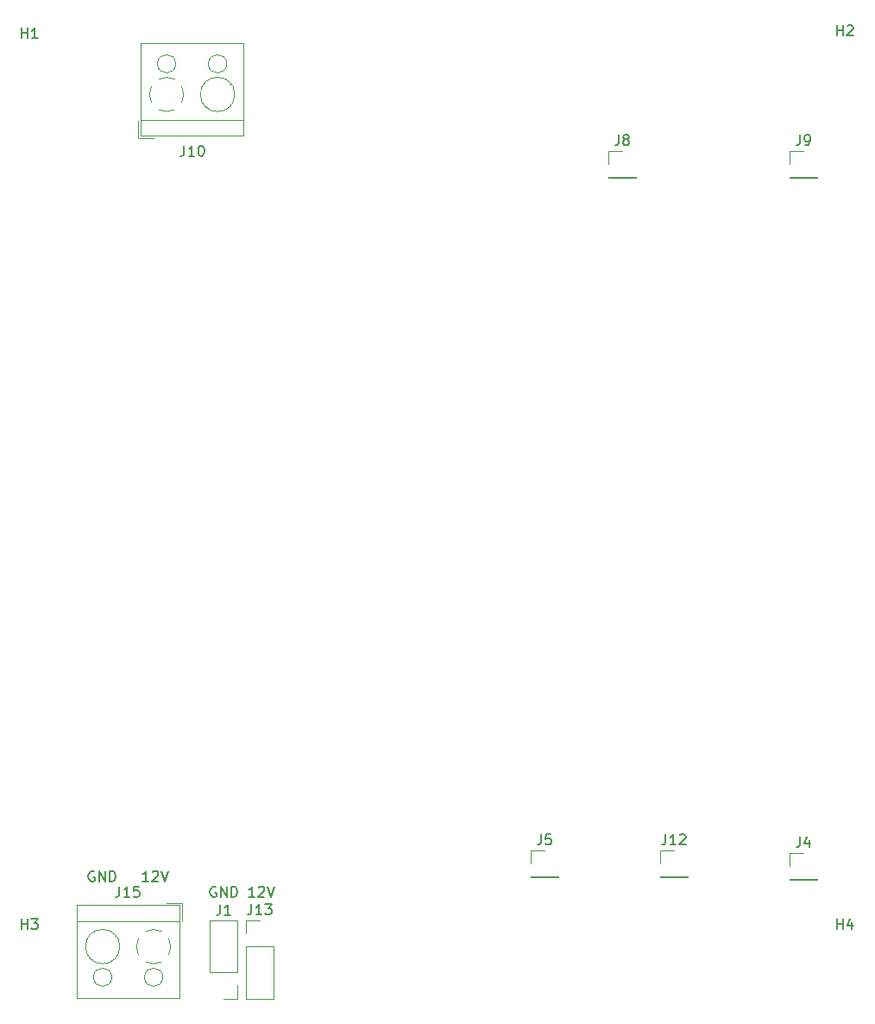
<source format=gbr>
G04 #@! TF.GenerationSoftware,KiCad,Pcbnew,(5.1.5)-3*
G04 #@! TF.CreationDate,2020-06-18T12:09:29-04:00*
G04 #@! TF.ProjectId,psu_board,7073755f-626f-4617-9264-2e6b69636164,rev?*
G04 #@! TF.SameCoordinates,Original*
G04 #@! TF.FileFunction,Legend,Top*
G04 #@! TF.FilePolarity,Positive*
%FSLAX46Y46*%
G04 Gerber Fmt 4.6, Leading zero omitted, Abs format (unit mm)*
G04 Created by KiCad (PCBNEW (5.1.5)-3) date 2020-06-18 12:09:29*
%MOMM*%
%LPD*%
G04 APERTURE LIST*
%ADD10C,0.150000*%
%ADD11C,0.120000*%
G04 APERTURE END LIST*
D10*
X172990285Y-144788000D02*
X172895047Y-144740380D01*
X172752190Y-144740380D01*
X172609333Y-144788000D01*
X172514095Y-144883238D01*
X172466476Y-144978476D01*
X172418857Y-145168952D01*
X172418857Y-145311809D01*
X172466476Y-145502285D01*
X172514095Y-145597523D01*
X172609333Y-145692761D01*
X172752190Y-145740380D01*
X172847428Y-145740380D01*
X172990285Y-145692761D01*
X173037904Y-145645142D01*
X173037904Y-145311809D01*
X172847428Y-145311809D01*
X173466476Y-145740380D02*
X173466476Y-144740380D01*
X174037904Y-145740380D01*
X174037904Y-144740380D01*
X174514095Y-145740380D02*
X174514095Y-144740380D01*
X174752190Y-144740380D01*
X174895047Y-144788000D01*
X174990285Y-144883238D01*
X175037904Y-144978476D01*
X175085523Y-145168952D01*
X175085523Y-145311809D01*
X175037904Y-145502285D01*
X174990285Y-145597523D01*
X174895047Y-145692761D01*
X174752190Y-145740380D01*
X174514095Y-145740380D01*
X178323619Y-145740380D02*
X177752190Y-145740380D01*
X178037904Y-145740380D02*
X178037904Y-144740380D01*
X177942666Y-144883238D01*
X177847428Y-144978476D01*
X177752190Y-145026095D01*
X178704571Y-144835619D02*
X178752190Y-144788000D01*
X178847428Y-144740380D01*
X179085523Y-144740380D01*
X179180761Y-144788000D01*
X179228380Y-144835619D01*
X179276000Y-144930857D01*
X179276000Y-145026095D01*
X179228380Y-145168952D01*
X178656952Y-145740380D01*
X179276000Y-145740380D01*
X179561714Y-144740380D02*
X179895047Y-145740380D01*
X180228380Y-144740380D01*
X184928190Y-146312000D02*
X184832952Y-146264380D01*
X184690095Y-146264380D01*
X184547238Y-146312000D01*
X184452000Y-146407238D01*
X184404380Y-146502476D01*
X184356761Y-146692952D01*
X184356761Y-146835809D01*
X184404380Y-147026285D01*
X184452000Y-147121523D01*
X184547238Y-147216761D01*
X184690095Y-147264380D01*
X184785333Y-147264380D01*
X184928190Y-147216761D01*
X184975809Y-147169142D01*
X184975809Y-146835809D01*
X184785333Y-146835809D01*
X185404380Y-147264380D02*
X185404380Y-146264380D01*
X185975809Y-147264380D01*
X185975809Y-146264380D01*
X186452000Y-147264380D02*
X186452000Y-146264380D01*
X186690095Y-146264380D01*
X186832952Y-146312000D01*
X186928190Y-146407238D01*
X186975809Y-146502476D01*
X187023428Y-146692952D01*
X187023428Y-146835809D01*
X186975809Y-147026285D01*
X186928190Y-147121523D01*
X186832952Y-147216761D01*
X186690095Y-147264380D01*
X186452000Y-147264380D01*
X188737714Y-147264380D02*
X188166285Y-147264380D01*
X188452000Y-147264380D02*
X188452000Y-146264380D01*
X188356761Y-146407238D01*
X188261523Y-146502476D01*
X188166285Y-146550095D01*
X189118666Y-146359619D02*
X189166285Y-146312000D01*
X189261523Y-146264380D01*
X189499619Y-146264380D01*
X189594857Y-146312000D01*
X189642476Y-146359619D01*
X189690095Y-146454857D01*
X189690095Y-146550095D01*
X189642476Y-146692952D01*
X189071047Y-147264380D01*
X189690095Y-147264380D01*
X189975809Y-146264380D02*
X190309142Y-147264380D01*
X190642476Y-146264380D01*
D11*
X181616000Y-147846000D02*
X180116000Y-147846000D01*
X181616000Y-149586000D02*
X181616000Y-147846000D01*
X174996000Y-151170000D02*
X175090000Y-151077000D01*
X172746000Y-153421000D02*
X172805000Y-153362000D01*
X174826000Y-150930000D02*
X174885000Y-150872000D01*
X172541000Y-153215000D02*
X172635000Y-153122000D01*
X171256000Y-157206000D02*
X171256000Y-148086000D01*
X181376000Y-157206000D02*
X181376000Y-148086000D01*
X181376000Y-148086000D02*
X171256000Y-148086000D01*
X181376000Y-157206000D02*
X171256000Y-157206000D01*
X181376000Y-149646000D02*
X171256000Y-149646000D01*
X174716000Y-155146000D02*
G75*
G03X174716000Y-155146000I-900000J0D01*
G01*
X175496000Y-152146000D02*
G75*
G03X175496000Y-152146000I-1680000J0D01*
G01*
X179716000Y-155146000D02*
G75*
G03X179716000Y-155146000I-900000J0D01*
G01*
X178786617Y-150465550D02*
G75*
G02X179605000Y-150662000I29383J-1680450D01*
G01*
X180299953Y-151356912D02*
G75*
G02X180300000Y-152935000I-1483953J-789088D01*
G01*
X179605088Y-153629953D02*
G75*
G02X178027000Y-153630000I-789088J1483953D01*
G01*
X177332047Y-152935088D02*
G75*
G02X177332000Y-151357000I1483953J789088D01*
G01*
X178027288Y-150662648D02*
G75*
G02X178816000Y-150466000I788712J-1483352D01*
G01*
X187900000Y-149546000D02*
X189230000Y-149546000D01*
X187900000Y-150876000D02*
X187900000Y-149546000D01*
X187900000Y-152146000D02*
X190560000Y-152146000D01*
X190560000Y-152146000D02*
X190560000Y-157286000D01*
X187900000Y-152146000D02*
X187900000Y-157286000D01*
X187900000Y-157286000D02*
X190560000Y-157286000D01*
X228540000Y-142688000D02*
X229870000Y-142688000D01*
X228540000Y-144018000D02*
X228540000Y-142688000D01*
X228540000Y-145288000D02*
X231200000Y-145288000D01*
X231200000Y-145288000D02*
X231200000Y-145348000D01*
X228540000Y-145288000D02*
X228540000Y-145348000D01*
X228540000Y-145348000D02*
X231200000Y-145348000D01*
X177286000Y-72880000D02*
X178786000Y-72880000D01*
X177286000Y-71140000D02*
X177286000Y-72880000D01*
X183906000Y-69556000D02*
X183812000Y-69649000D01*
X186156000Y-67305000D02*
X186097000Y-67364000D01*
X184076000Y-69796000D02*
X184017000Y-69854000D01*
X186361000Y-67511000D02*
X186267000Y-67604000D01*
X187646000Y-63520000D02*
X187646000Y-72640000D01*
X177526000Y-63520000D02*
X177526000Y-72640000D01*
X177526000Y-72640000D02*
X187646000Y-72640000D01*
X177526000Y-63520000D02*
X187646000Y-63520000D01*
X177526000Y-71080000D02*
X187646000Y-71080000D01*
X185986000Y-65580000D02*
G75*
G03X185986000Y-65580000I-900000J0D01*
G01*
X186766000Y-68580000D02*
G75*
G03X186766000Y-68580000I-1680000J0D01*
G01*
X180986000Y-65580000D02*
G75*
G03X180986000Y-65580000I-900000J0D01*
G01*
X180115383Y-70260450D02*
G75*
G02X179297000Y-70064000I-29383J1680450D01*
G01*
X178602047Y-69369088D02*
G75*
G02X178602000Y-67791000I1483953J789088D01*
G01*
X179296912Y-67096047D02*
G75*
G02X180875000Y-67096000I789088J-1483953D01*
G01*
X181569953Y-67790912D02*
G75*
G02X181570000Y-69369000I-1483953J-789088D01*
G01*
X180874712Y-70063352D02*
G75*
G02X180086000Y-70260000I-788712J1483352D01*
G01*
X241240000Y-74108000D02*
X242570000Y-74108000D01*
X241240000Y-75438000D02*
X241240000Y-74108000D01*
X241240000Y-76708000D02*
X243900000Y-76708000D01*
X243900000Y-76708000D02*
X243900000Y-76768000D01*
X241240000Y-76708000D02*
X241240000Y-76768000D01*
X241240000Y-76768000D02*
X243900000Y-76768000D01*
X223460000Y-74108000D02*
X224790000Y-74108000D01*
X223460000Y-75438000D02*
X223460000Y-74108000D01*
X223460000Y-76708000D02*
X226120000Y-76708000D01*
X226120000Y-76708000D02*
X226120000Y-76768000D01*
X223460000Y-76708000D02*
X223460000Y-76768000D01*
X223460000Y-76768000D02*
X226120000Y-76768000D01*
X215840000Y-142688000D02*
X217170000Y-142688000D01*
X215840000Y-144018000D02*
X215840000Y-142688000D01*
X215840000Y-145288000D02*
X218500000Y-145288000D01*
X218500000Y-145288000D02*
X218500000Y-145348000D01*
X215840000Y-145288000D02*
X215840000Y-145348000D01*
X215840000Y-145348000D02*
X218500000Y-145348000D01*
X241240000Y-142942000D02*
X242570000Y-142942000D01*
X241240000Y-144272000D02*
X241240000Y-142942000D01*
X241240000Y-145542000D02*
X243900000Y-145542000D01*
X243900000Y-145542000D02*
X243900000Y-145602000D01*
X241240000Y-145542000D02*
X241240000Y-145602000D01*
X241240000Y-145602000D02*
X243900000Y-145602000D01*
X187004000Y-157286000D02*
X185674000Y-157286000D01*
X187004000Y-155956000D02*
X187004000Y-157286000D01*
X187004000Y-154686000D02*
X184344000Y-154686000D01*
X184344000Y-154686000D02*
X184344000Y-149546000D01*
X187004000Y-154686000D02*
X187004000Y-149546000D01*
X187004000Y-149546000D02*
X184344000Y-149546000D01*
D10*
X245872095Y-150430380D02*
X245872095Y-149430380D01*
X245872095Y-149906571D02*
X246443523Y-149906571D01*
X246443523Y-150430380D02*
X246443523Y-149430380D01*
X247348285Y-149763714D02*
X247348285Y-150430380D01*
X247110190Y-149382761D02*
X246872095Y-150097047D01*
X247491142Y-150097047D01*
X165862095Y-63054380D02*
X165862095Y-62054380D01*
X165862095Y-62530571D02*
X166433523Y-62530571D01*
X166433523Y-63054380D02*
X166433523Y-62054380D01*
X167433523Y-63054380D02*
X166862095Y-63054380D01*
X167147809Y-63054380D02*
X167147809Y-62054380D01*
X167052571Y-62197238D01*
X166957333Y-62292476D01*
X166862095Y-62340095D01*
X175466476Y-146264380D02*
X175466476Y-146978666D01*
X175418857Y-147121523D01*
X175323619Y-147216761D01*
X175180761Y-147264380D01*
X175085523Y-147264380D01*
X176466476Y-147264380D02*
X175895047Y-147264380D01*
X176180761Y-147264380D02*
X176180761Y-146264380D01*
X176085523Y-146407238D01*
X175990285Y-146502476D01*
X175895047Y-146550095D01*
X177371238Y-146264380D02*
X176895047Y-146264380D01*
X176847428Y-146740571D01*
X176895047Y-146692952D01*
X176990285Y-146645333D01*
X177228380Y-146645333D01*
X177323619Y-146692952D01*
X177371238Y-146740571D01*
X177418857Y-146835809D01*
X177418857Y-147073904D01*
X177371238Y-147169142D01*
X177323619Y-147216761D01*
X177228380Y-147264380D01*
X176990285Y-147264380D01*
X176895047Y-147216761D01*
X176847428Y-147169142D01*
X188420476Y-147998380D02*
X188420476Y-148712666D01*
X188372857Y-148855523D01*
X188277619Y-148950761D01*
X188134761Y-148998380D01*
X188039523Y-148998380D01*
X189420476Y-148998380D02*
X188849047Y-148998380D01*
X189134761Y-148998380D02*
X189134761Y-147998380D01*
X189039523Y-148141238D01*
X188944285Y-148236476D01*
X188849047Y-148284095D01*
X189753809Y-147998380D02*
X190372857Y-147998380D01*
X190039523Y-148379333D01*
X190182380Y-148379333D01*
X190277619Y-148426952D01*
X190325238Y-148474571D01*
X190372857Y-148569809D01*
X190372857Y-148807904D01*
X190325238Y-148903142D01*
X190277619Y-148950761D01*
X190182380Y-148998380D01*
X189896666Y-148998380D01*
X189801428Y-148950761D01*
X189753809Y-148903142D01*
X165862095Y-150430380D02*
X165862095Y-149430380D01*
X165862095Y-149906571D02*
X166433523Y-149906571D01*
X166433523Y-150430380D02*
X166433523Y-149430380D01*
X166814476Y-149430380D02*
X167433523Y-149430380D01*
X167100190Y-149811333D01*
X167243047Y-149811333D01*
X167338285Y-149858952D01*
X167385904Y-149906571D01*
X167433523Y-150001809D01*
X167433523Y-150239904D01*
X167385904Y-150335142D01*
X167338285Y-150382761D01*
X167243047Y-150430380D01*
X166957333Y-150430380D01*
X166862095Y-150382761D01*
X166814476Y-150335142D01*
X245872095Y-62800380D02*
X245872095Y-61800380D01*
X245872095Y-62276571D02*
X246443523Y-62276571D01*
X246443523Y-62800380D02*
X246443523Y-61800380D01*
X246872095Y-61895619D02*
X246919714Y-61848000D01*
X247014952Y-61800380D01*
X247253047Y-61800380D01*
X247348285Y-61848000D01*
X247395904Y-61895619D01*
X247443523Y-61990857D01*
X247443523Y-62086095D01*
X247395904Y-62228952D01*
X246824476Y-62800380D01*
X247443523Y-62800380D01*
X229060476Y-141140380D02*
X229060476Y-141854666D01*
X229012857Y-141997523D01*
X228917619Y-142092761D01*
X228774761Y-142140380D01*
X228679523Y-142140380D01*
X230060476Y-142140380D02*
X229489047Y-142140380D01*
X229774761Y-142140380D02*
X229774761Y-141140380D01*
X229679523Y-141283238D01*
X229584285Y-141378476D01*
X229489047Y-141426095D01*
X230441428Y-141235619D02*
X230489047Y-141188000D01*
X230584285Y-141140380D01*
X230822380Y-141140380D01*
X230917619Y-141188000D01*
X230965238Y-141235619D01*
X231012857Y-141330857D01*
X231012857Y-141426095D01*
X230965238Y-141568952D01*
X230393809Y-142140380D01*
X231012857Y-142140380D01*
X181816476Y-73620380D02*
X181816476Y-74334666D01*
X181768857Y-74477523D01*
X181673619Y-74572761D01*
X181530761Y-74620380D01*
X181435523Y-74620380D01*
X182816476Y-74620380D02*
X182245047Y-74620380D01*
X182530761Y-74620380D02*
X182530761Y-73620380D01*
X182435523Y-73763238D01*
X182340285Y-73858476D01*
X182245047Y-73906095D01*
X183435523Y-73620380D02*
X183530761Y-73620380D01*
X183626000Y-73668000D01*
X183673619Y-73715619D01*
X183721238Y-73810857D01*
X183768857Y-74001333D01*
X183768857Y-74239428D01*
X183721238Y-74429904D01*
X183673619Y-74525142D01*
X183626000Y-74572761D01*
X183530761Y-74620380D01*
X183435523Y-74620380D01*
X183340285Y-74572761D01*
X183292666Y-74525142D01*
X183245047Y-74429904D01*
X183197428Y-74239428D01*
X183197428Y-74001333D01*
X183245047Y-73810857D01*
X183292666Y-73715619D01*
X183340285Y-73668000D01*
X183435523Y-73620380D01*
X242236666Y-72560380D02*
X242236666Y-73274666D01*
X242189047Y-73417523D01*
X242093809Y-73512761D01*
X241950952Y-73560380D01*
X241855714Y-73560380D01*
X242760476Y-73560380D02*
X242950952Y-73560380D01*
X243046190Y-73512761D01*
X243093809Y-73465142D01*
X243189047Y-73322285D01*
X243236666Y-73131809D01*
X243236666Y-72750857D01*
X243189047Y-72655619D01*
X243141428Y-72608000D01*
X243046190Y-72560380D01*
X242855714Y-72560380D01*
X242760476Y-72608000D01*
X242712857Y-72655619D01*
X242665238Y-72750857D01*
X242665238Y-72988952D01*
X242712857Y-73084190D01*
X242760476Y-73131809D01*
X242855714Y-73179428D01*
X243046190Y-73179428D01*
X243141428Y-73131809D01*
X243189047Y-73084190D01*
X243236666Y-72988952D01*
X224456666Y-72560380D02*
X224456666Y-73274666D01*
X224409047Y-73417523D01*
X224313809Y-73512761D01*
X224170952Y-73560380D01*
X224075714Y-73560380D01*
X225075714Y-72988952D02*
X224980476Y-72941333D01*
X224932857Y-72893714D01*
X224885238Y-72798476D01*
X224885238Y-72750857D01*
X224932857Y-72655619D01*
X224980476Y-72608000D01*
X225075714Y-72560380D01*
X225266190Y-72560380D01*
X225361428Y-72608000D01*
X225409047Y-72655619D01*
X225456666Y-72750857D01*
X225456666Y-72798476D01*
X225409047Y-72893714D01*
X225361428Y-72941333D01*
X225266190Y-72988952D01*
X225075714Y-72988952D01*
X224980476Y-73036571D01*
X224932857Y-73084190D01*
X224885238Y-73179428D01*
X224885238Y-73369904D01*
X224932857Y-73465142D01*
X224980476Y-73512761D01*
X225075714Y-73560380D01*
X225266190Y-73560380D01*
X225361428Y-73512761D01*
X225409047Y-73465142D01*
X225456666Y-73369904D01*
X225456666Y-73179428D01*
X225409047Y-73084190D01*
X225361428Y-73036571D01*
X225266190Y-72988952D01*
X216836666Y-141140380D02*
X216836666Y-141854666D01*
X216789047Y-141997523D01*
X216693809Y-142092761D01*
X216550952Y-142140380D01*
X216455714Y-142140380D01*
X217789047Y-141140380D02*
X217312857Y-141140380D01*
X217265238Y-141616571D01*
X217312857Y-141568952D01*
X217408095Y-141521333D01*
X217646190Y-141521333D01*
X217741428Y-141568952D01*
X217789047Y-141616571D01*
X217836666Y-141711809D01*
X217836666Y-141949904D01*
X217789047Y-142045142D01*
X217741428Y-142092761D01*
X217646190Y-142140380D01*
X217408095Y-142140380D01*
X217312857Y-142092761D01*
X217265238Y-142045142D01*
X242236666Y-141394380D02*
X242236666Y-142108666D01*
X242189047Y-142251523D01*
X242093809Y-142346761D01*
X241950952Y-142394380D01*
X241855714Y-142394380D01*
X243141428Y-141727714D02*
X243141428Y-142394380D01*
X242903333Y-141346761D02*
X242665238Y-142061047D01*
X243284285Y-142061047D01*
X185340666Y-148042380D02*
X185340666Y-148756666D01*
X185293047Y-148899523D01*
X185197809Y-148994761D01*
X185054952Y-149042380D01*
X184959714Y-149042380D01*
X186340666Y-149042380D02*
X185769238Y-149042380D01*
X186054952Y-149042380D02*
X186054952Y-148042380D01*
X185959714Y-148185238D01*
X185864476Y-148280476D01*
X185769238Y-148328095D01*
M02*

</source>
